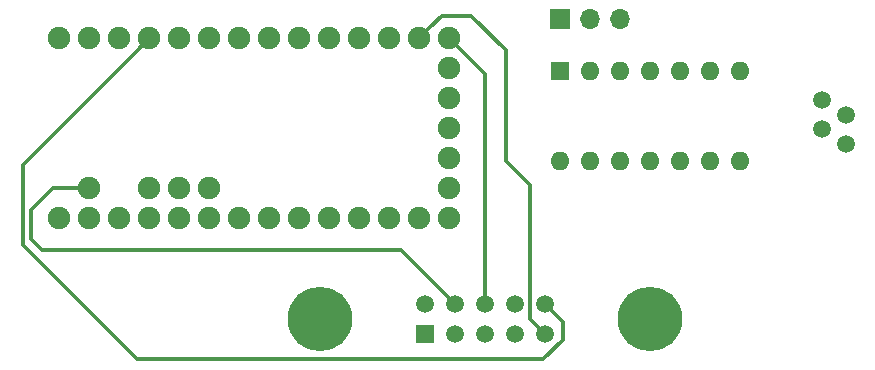
<source format=gbl>
G04 #@! TF.FileFunction,Copper,L2,Bot,Signal*
%FSLAX46Y46*%
G04 Gerber Fmt 4.6, Leading zero omitted, Abs format (unit mm)*
G04 Created by KiCad (PCBNEW 4.0.6) date 06/23/17 14:44:10*
%MOMM*%
%LPD*%
G01*
G04 APERTURE LIST*
%ADD10C,0.100000*%
%ADD11C,5.460000*%
%ADD12R,1.520000X1.520000*%
%ADD13C,1.520000*%
%ADD14R,1.600000X1.600000*%
%ADD15O,1.600000X1.600000*%
%ADD16R,1.700000X1.700000*%
%ADD17O,1.700000X1.700000*%
%ADD18C,1.500000*%
%ADD19C,1.900000*%
%ADD20C,0.600000*%
%ADD21C,0.300000*%
G04 APERTURE END LIST*
D10*
D11*
X154305000Y-125222000D03*
X182245000Y-125222000D03*
D12*
X163195000Y-126492000D03*
D13*
X163195000Y-123952000D03*
X165735000Y-126492000D03*
X165735000Y-123952000D03*
X168275000Y-126492000D03*
X168275000Y-123952000D03*
X170815000Y-126492000D03*
X170815000Y-123952000D03*
X173355000Y-126492000D03*
X173355000Y-123952000D03*
D14*
X174625000Y-104245000D03*
D15*
X189865000Y-111865000D03*
X177165000Y-104245000D03*
X187325000Y-111865000D03*
X179705000Y-104245000D03*
X184785000Y-111865000D03*
X182245000Y-104245000D03*
X182245000Y-111865000D03*
X184785000Y-104245000D03*
X179705000Y-111865000D03*
X187325000Y-104245000D03*
X177165000Y-111865000D03*
X189865000Y-104245000D03*
X174625000Y-111865000D03*
D16*
X174625000Y-99800000D03*
D17*
X177165000Y-99800000D03*
X179705000Y-99800000D03*
D18*
X196850000Y-109180000D03*
X196850000Y-106680000D03*
X198850000Y-110430000D03*
X198850000Y-107930000D03*
D19*
X139865100Y-114176400D03*
X142405100Y-114176400D03*
X144945100Y-114176400D03*
X165265100Y-104016400D03*
X165265100Y-106556400D03*
X165265100Y-109096400D03*
X165265100Y-114176400D03*
X165265100Y-111636400D03*
X134785100Y-101476400D03*
X137325100Y-101476400D03*
X139865100Y-101476400D03*
X142405100Y-101476400D03*
X144945100Y-101476400D03*
X147485100Y-101476400D03*
X150025100Y-101476400D03*
X152565100Y-101476400D03*
X155105100Y-101476400D03*
X157645100Y-101476400D03*
X160185100Y-101476400D03*
X162725100Y-101476400D03*
X165265100Y-101476400D03*
X165265100Y-116716400D03*
X162725100Y-116716400D03*
X160185100Y-116716400D03*
X157645100Y-116716400D03*
X155105100Y-116716400D03*
X152565100Y-116716400D03*
X150025100Y-116716400D03*
X147485100Y-116716400D03*
X144945100Y-116716400D03*
X142405100Y-116716400D03*
X139865100Y-116716400D03*
X137325100Y-116716400D03*
X134785100Y-116716400D03*
X132245100Y-116716400D03*
X132245100Y-101476400D03*
X134785100Y-114176400D03*
D20*
X168275000Y-123952000D03*
D21*
X133441598Y-114176400D02*
X134785100Y-114176400D01*
X131695600Y-114176400D02*
X133441598Y-114176400D01*
X129863011Y-116008989D02*
X131695600Y-114176400D01*
X129863011Y-118433011D02*
X129863011Y-116008989D01*
X130810000Y-119380000D02*
X129863011Y-118433011D01*
X165735000Y-123952000D02*
X161163000Y-119380000D01*
X161163000Y-119380000D02*
X130810000Y-119380000D01*
X168275000Y-123952000D02*
X168275000Y-104486300D01*
X168275000Y-104486300D02*
X165265100Y-101476400D01*
X173355000Y-126492000D02*
X172085000Y-125222000D01*
X172085000Y-125222000D02*
X172085000Y-113919000D01*
X172085000Y-113919000D02*
X170053000Y-111887000D01*
X170053000Y-111887000D02*
X170053000Y-102489000D01*
X170053000Y-102489000D02*
X167132000Y-99568000D01*
X167132000Y-99568000D02*
X164633500Y-99568000D01*
X164633500Y-99568000D02*
X163675099Y-100526401D01*
X163675099Y-100526401D02*
X162725100Y-101476400D01*
X173355000Y-123952000D02*
X174879000Y-125476000D01*
X174879000Y-125476000D02*
X174879000Y-127000000D01*
X174879000Y-127000000D02*
X173228000Y-128651000D01*
X173228000Y-128651000D02*
X138811000Y-128651000D01*
X138811000Y-128651000D02*
X129159000Y-118999000D01*
X129159000Y-118999000D02*
X129159000Y-112182500D01*
X129159000Y-112182500D02*
X138915101Y-102426399D01*
X138915101Y-102426399D02*
X139865100Y-101476400D01*
M02*

</source>
